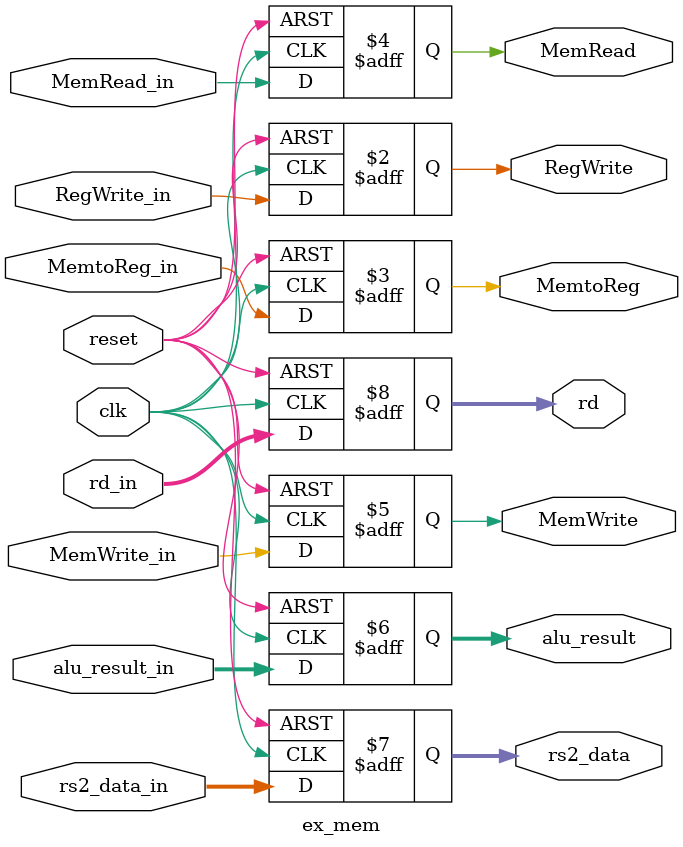
<source format=v>
module ex_mem(
    input clk, reset,
    input RegWrite_in, MemtoReg_in, MemRead_in, MemWrite_in,
    input [31:0] alu_result_in, rs2_data_in,
    input [4:0] rd_in,
    output reg RegWrite, MemtoReg, MemRead, MemWrite,
    output reg [31:0] alu_result, rs2_data,
    output reg [4:0] rd
);
always @(posedge clk or posedge reset) begin
    if (reset) begin
        RegWrite <= 0; MemtoReg <= 0;
        MemRead <= 0; MemWrite <= 0;
        alu_result <= 0; rs2_data <= 0; rd <= 0;
    end else begin
        RegWrite <= RegWrite_in;
        MemtoReg <= MemtoReg_in;
        MemRead <= MemRead_in;
        MemWrite <= MemWrite_in;
        alu_result <= alu_result_in;
        rs2_data <= rs2_data_in;
        rd <= rd_in;
    end
end
endmodule

</source>
